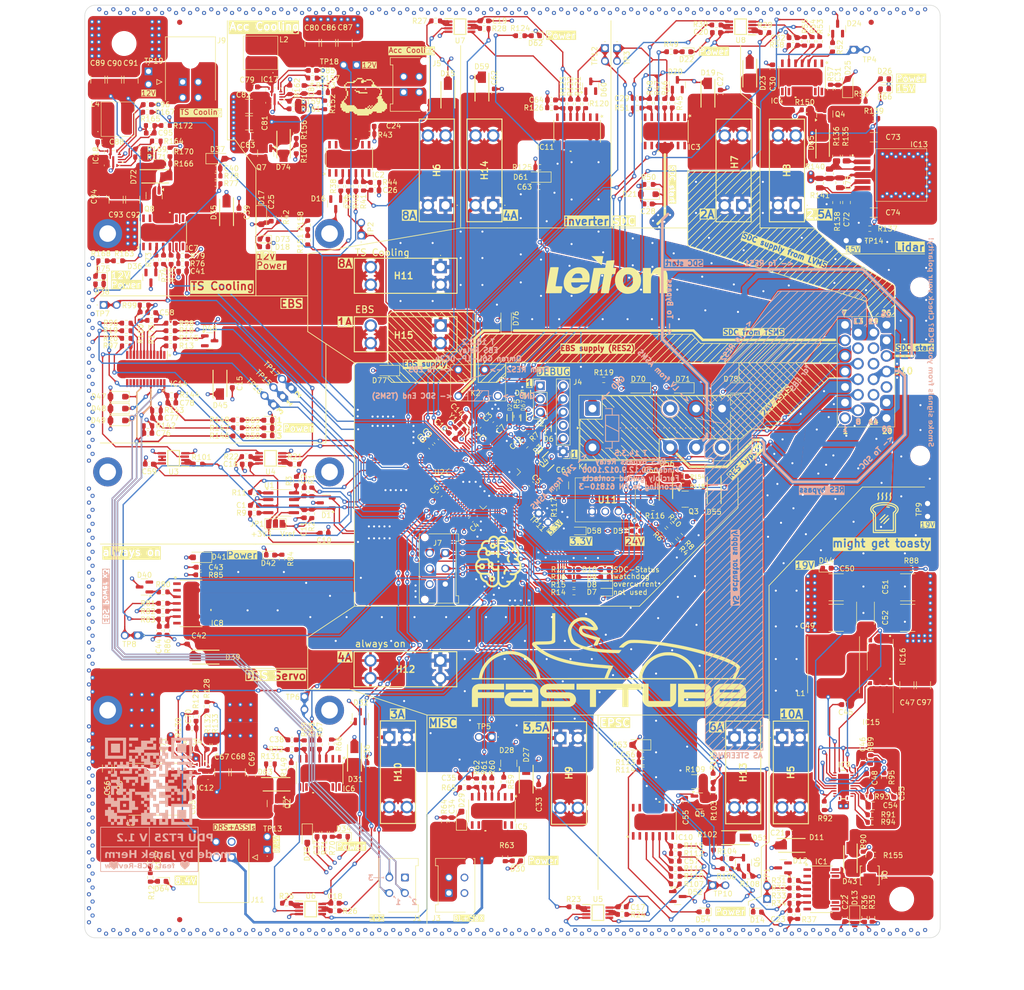
<source format=kicad_pcb>
(kicad_pcb
	(version 20240108)
	(generator "pcbnew")
	(generator_version "8.0")
	(general
		(thickness 1.6)
		(legacy_teardrops no)
	)
	(paper "A3")
	(title_block
		(title "PDU FT25")
		(date "2025-01-15")
		(rev "V1.2")
		(company "Janek Herm")
		(comment 1 "FasTTUBe Electronics")
	)
	(layers
		(0 "F.Cu" signal)
		(1 "In1.Cu" power)
		(2 "In2.Cu" signal)
		(31 "B.Cu" mixed)
		(32 "B.Adhes" user "B.Adhesive")
		(33 "F.Adhes" user "F.Adhesive")
		(34 "B.Paste" user)
		(35 "F.Paste" user)
		(36 "B.SilkS" user "B.Silkscreen")
		(37 "F.SilkS" user "F.Silkscreen")
		(38 "B.Mask" user)
		(39 "F.Mask" user)
		(40 "Dwgs.User" user "User.Drawings")
		(41 "Cmts.User" user "User.Comments")
		(42 "Eco1.User" user "User.Eco1")
		(43 "Eco2.User" user "User.Eco2")
		(44 "Edge.Cuts" user)
		(45 "Margin" user)
		(46 "B.CrtYd" user "B.Courtyard")
		(47 "F.CrtYd" user "F.Courtyard")
		(48 "B.Fab" user)
		(49 "F.Fab" user)
		(50 "User.1" user)
		(51 "User.2" user)
		(52 "User.3" user)
		(53 "User.4" user)
		(54 "User.5" user)
		(55 "User.6" user)
		(56 "User.7" user)
		(57 "User.8" user)
		(58 "User.9" user)
	)
	(setup
		(stackup
			(layer "F.SilkS"
				(type "Top Silk Screen")
			)
			(layer "F.Paste"
				(type "Top Solder Paste")
			)
			(layer "F.Mask"
				(type "Top Solder Mask")
				(thickness 0.01)
			)
			(layer "F.Cu"
				(type "copper")
				(thickness 0.035)
			)
			(layer "dielectric 1"
				(type "prepreg")
				(thickness 0.1)
				(material "FR4")
				(epsilon_r 4.5)
				(loss_tangent 0.02)
			)
			(layer "In1.Cu"
				(type "copper")
				(thickness 0.035)
			)
			(layer "dielectric 2"
				(type "core")
				(thickness 1.24)
				(material "FR4")
				(epsilon_r 4.5)
				(loss_tangent 0.02)
			)
			(layer "In2.Cu"
				(type "copper")
				(thickness 0.035)
			)
			(layer "dielectric 3"
				(type "prepreg")
				(thickness 0.1)
				(material "FR4")
				(epsilon_r 4.5)
				(loss_tangent 0.02)
			)
			(layer "B.Cu"
				(type "copper")
				(thickness 0.035)
			)
			(layer "B.Mask"
				(type "Bottom Solder Mask")
				(thickness 0.01)
			)
			(layer "B.Paste"
				(type "Bottom Solder Paste")
			)
			(layer "B.SilkS"
				(type "Bottom Silk Screen")
			)
			(copper_finish "None")
			(dielectric_constraints no)
		)
		(pad_to_mask_clearance 0)
		(allow_soldermask_bridges_in_footprints no)
		(pcbplotparams
			(layerselection 0x00010fc_ffffffff)
			(plot_on_all_layers_selection 0x0000000_00000000)
			(disableapertmacros no)
			(usegerberextensions no)
			(usegerberattributes yes)
			(usegerberadvancedattributes yes)
			(creategerberjobfile no)
			(dashed_line_dash_ratio 12.000000)
			(dashed_line_gap_ratio 3.000000)
			(svgprecision 4)
			(plotframeref no)
			(viasonmask no)
			(mode 1)
			(useauxorigin yes)
			(hpglpennumber 1)
			(hpglpenspeed 20)
			(hpglpendiameter 15.000000)
			(pdf_front_fp_property_popups yes)
			(pdf_back_fp_property_popups yes)
			(dxfpolygonmode yes)
			(dxfimperialunits yes)
			(dxfusepcbnewfont yes)
			(psnegative no)
			(psa4output no)
			(plotreference yes)
			(plotvalue no)
			(plotfptext yes)
			(plotinvisibletext no)
			(sketchpadsonfab no)
			(subtractmaskfromsilk yes)
			(outputformat 1)
			(mirror no)
			(drillshape 0)
			(scaleselection 1)
			(outputdirectory "gerber/")
		)
	)
	(net 0 "")
	(net 1 "GND")
	(net 2 "+3V3")
	(net 3 "stdCAN_H")
	(net 4 "/MCU/Vref")
	(net 5 "stdCAN_L")
	(net 6 "/MCU/NRST")
	(net 7 "Net-(D11-A2)")
	(net 8 "/powerstages/P_Out6a")
	(net 9 "/powerstages/IS4")
	(net 10 "Net-(D15-A2)")
	(net 11 "/connectors/P_Out1")
	(net 12 "/powerstages/IS1")
	(net 13 "Net-(D19-A2)")
	(net 14 "/powerstages/IS10")
	(net 15 "Net-(D23-A2)")
	(net 16 "/powerstages/P_Out9a")
	(net 17 "/powerstages/IS7")
	(net 18 "Net-(D27-A2)")
	(net 19 "/connectors/P_Out8")
	(net 20 "/powerstages/IS8")
	(net 21 "Net-(D31-A2)")
	(net 22 "/powerstages/P_Out5a")
	(net 23 "/powerstages/IS3")
	(net 24 "Net-(D35-A2)")
	(net 25 "/connectors/P_Out2")
	(net 26 "/powerstages/IS2")
	(net 27 "/connectors/P_Out9")
	(net 28 "/powerstages/IS9")
	(net 29 "Net-(IC9-CBOOT)")
	(net 30 "Net-(IC9-SW)")
	(net 31 "Net-(IC9-VCC)")
	(net 32 "Net-(D43-K)")
	(net 33 "Net-(IC9-PFM{slash}SYNC)")
	(net 34 "/connectors/P_Out4")
	(net 35 "Net-(C53-Pad2)")
	(net 36 "Net-(IC9-EXTCOMP)")
	(net 37 "Net-(D51-A2)")
	(net 38 "/connectors/P_Out5")
	(net 39 "/powerstages/IS5")
	(net 40 "Net-(D56-K)")
	(net 41 "Net-(D59-A2)")
	(net 42 "/connectors/P_Out6")
	(net 43 "/powerstages/IS6")
	(net 44 "Net-(IC12-SW)")
	(net 45 "Net-(IC12-BOOT)")
	(net 46 "/connectors/P_Out3")
	(net 47 "Net-(D63-K)")
	(net 48 "Net-(IC12-FB)")
	(net 49 "Net-(IC12-SS)")
	(net 50 "/connectors/P_Out7")
	(net 51 "Net-(IC13-FB)")
	(net 52 "Net-(D65-K)")
	(net 53 "Net-(IC13-SS)")
	(net 54 "/MCU/SWCLK")
	(net 55 "/MCU/SWDIO")
	(net 56 "/MCU/UART_RX")
	(net 57 "/MCU/UART_TX")
	(net 58 "Net-(D7-A)")
	(net 59 "Net-(D8-A)")
	(net 60 "Net-(D9-A)")
	(net 61 "Net-(D10-A)")
	(net 62 "Net-(D12-A)")
	(net 63 "unconnected-(D12-NC-Pad2)")
	(net 64 "Net-(D14-A)")
	(net 65 "Net-(D16-A)")
	(net 66 "unconnected-(D16-NC-Pad2)")
	(net 67 "Net-(D18-A)")
	(net 68 "Net-(D20-A)")
	(net 69 "unconnected-(D20-NC-Pad2)")
	(net 70 "Net-(D22-A)")
	(net 71 "Net-(D24-A)")
	(net 72 "unconnected-(D24-NC-Pad2)")
	(net 73 "Net-(D26-A)")
	(net 74 "Net-(D28-A)")
	(net 75 "unconnected-(D28-NC-Pad2)")
	(net 76 "Net-(D30-A)")
	(net 77 "unconnected-(D32-NC-Pad2)")
	(net 78 "Net-(D32-A)")
	(net 79 "Net-(D34-A)")
	(net 80 "Net-(D36-A)")
	(net 81 "unconnected-(D36-NC-Pad2)")
	(net 82 "Net-(D38-A)")
	(net 83 "Net-(D43-A)")
	(net 84 "Net-(D44-A)")
	(net 85 "Net-(D45-A2)")
	(net 86 "/powerstages/IS11")
	(net 87 "/connectors/P_Out12")
	(net 88 "unconnected-(D52-NC-Pad2)")
	(net 89 "Net-(D52-A)")
	(net 90 "Net-(D54-A)")
	(net 91 "Net-(D56-A)")
	(net 92 "Net-(D57-A)")
	(net 93 "Net-(D58-A)")
	(net 94 "unconnected-(D60-NC-Pad2)")
	(net 95 "Net-(D60-A)")
	(net 96 "Net-(D62-A)")
	(net 97 "Net-(D63-A)")
	(net 98 "Net-(D64-A)")
	(net 99 "Net-(D65-A)")
	(net 100 "Net-(D66-A)")
	(net 101 "/connectors/P_Out11")
	(net 102 "/connectors/P_Out10")
	(net 103 "Net-(D46-A)")
	(net 104 "+24V")
	(net 105 "Net-(IC1-IS)")
	(net 106 "Net-(IC1-GND)")
	(net 107 "Net-(IC1-IN)")
	(net 108 "Net-(IC1-DEN)")
	(net 109 "Net-(IC2-IS)")
	(net 110 "Net-(IC2-IN)")
	(net 111 "Net-(IC2-DEN)")
	(net 112 "Net-(IC2-GND)")
	(net 113 "Net-(IC3-IN)")
	(net 114 "Net-(IC3-GND)")
	(net 115 "Net-(IC3-IS)")
	(net 116 "Net-(IC3-DEN)")
	(net 117 "Net-(IC4-IN)")
	(net 118 "Net-(IC4-GND)")
	(net 119 "Net-(IC4-IS)")
	(net 120 "Net-(IC4-DEN)")
	(net 121 "Net-(IC5-GND)")
	(net 122 "Net-(IC5-DEN)")
	(net 123 "Net-(IC5-IS)")
	(net 124 "Net-(IC5-IN)")
	(net 125 "Net-(IC6-GND)")
	(net 126 "Net-(IC6-IN)")
	(net 127 "Net-(IC6-DEN)")
	(net 128 "Net-(IC6-IS)")
	(net 129 "Net-(IC7-IN)")
	(net 130 "Net-(IC7-IS)")
	(net 131 "Net-(IC7-GND)")
	(net 132 "Net-(IC7-DEN)")
	(net 133 "Net-(IC9-CNFG)")
	(net 134 "Net-(IC9-PG{slash}SYNCOUT)")
	(net 135 "Net-(IC9-RT)")
	(net 136 "Net-(IC9-ISNS+)")
	(net 137 "Net-(IC9-HO)")
	(net 138 "Net-(IC9-LO)")
	(net 139 "Net-(IC9-FB)")
	(net 140 "Net-(IC10-IS)")
	(net 141 "Net-(IC10-IN)")
	(net 142 "Net-(IC10-DEN)")
	(net 143 "Net-(IC10-GND)")
	(net 144 "Net-(IC11-DEN)")
	(net 145 "Net-(IC11-IS)")
	(net 146 "Net-(IC11-IN)")
	(net 147 "Net-(IC11-GND)")
	(net 148 "Net-(IC12-PG)")
	(net 149 "Net-(IC12-MODE)")
	(net 150 "Net-(IC12-EN)")
	(net 151 "Net-(IC13-RON)")
	(net 152 "Net-(IC13-EN)")
	(net 153 "/MCU/SWO")
	(net 154 "FDCAN_H")
	(net 155 "FDCAN_L")
	(net 156 "/RBR/SDC bypass")
	(net 157 "24V ASMS")
	(net 158 "Net-(JP1-C)")
	(net 159 "unconnected-(K1-Pad12)")
	(net 160 "unconnected-(K1-Pad24)")
	(net 161 "Net-(K1-PadA1)")
	(net 162 "unconnected-(D46-NC-Pad2)")
	(net 163 "Net-(IC14-DSEL1)")
	(net 164 "Net-(Q5-D)")
	(net 165 "Net-(Q5-G)")
	(net 166 "Net-(Q6-G)")
	(net 167 "Net-(Q6-D)")
	(net 168 "Net-(U1-Rs)")
	(net 169 "Net-(U2-PA0)")
	(net 170 "Net-(U2-BOOT0)")
	(net 171 "Net-(U2-PC0)")
	(net 172 "Net-(U2-PA11)")
	(net 173 "/MCU/CAN_RX")
	(net 174 "/MCU/CAN_TX")
	(net 175 "Net-(U2-PA12)")
	(net 176 "unconnected-(U2-PB7-Pad59)")
	(net 177 "unconnected-(U2-PA15-Pad50)")
	(net 178 "/MCU/STATUS_LED1")
	(net 179 "/MCU/STATUS_LED2")
	(net 180 "/MCU/STATUS_LED3")
	(net 181 "/MCU/STATUS_LED4")
	(net 182 "Net-(R12-Pad1)")
	(net 183 "Net-(U4A--)")
	(net 184 "/MCU/ISENSE1")
	(net 185 "Net-(U4B--)")
	(net 186 "/MCU/ISENSE2")
	(net 187 "/MCU/ISENSE3")
	(net 188 "Net-(U5A--)")
	(net 189 "Net-(U5B--)")
	(net 190 "/MCU/ISENSE4")
	(net 191 "/MCU/ISENSE5")
	(net 192 "Net-(U6A--)")
	(net 193 "Net-(U6B--)")
	(net 194 "/MCU/ISENSE6")
	(net 195 "/MCU/ISENSE7")
	(net 196 "Net-(U7A--)")
	(net 197 "Net-(U7B--)")
	(net 198 "/MCU/ISENSE8")
	(net 199 "/MCU/ISENSE9")
	(net 200 "Net-(U8A--)")
	(net 201 "Net-(U8B--)")
	(net 202 "/MCU/ISENSE10")
	(net 203 "/MCU/IN4")
	(net 204 "/MCU/IN1")
	(net 205 "/MCU/IN10")
	(net 206 "/MCU/IN7")
	(net 207 "/MCU/IN8")
	(net 208 "/MCU/IN3")
	(net 209 "/MCU/IN2")
	(net 210 "/MCU/IN9")
	(net 211 "/MCU/IN11")
	(net 212 "/MCU/IN12")
	(net 213 "/MCU/IN13")
	(net 214 "/MCU/PC_Read")
	(net 215 "/MCU/PC_EN")
	(net 216 "/MCU/IN5")
	(net 217 "/MCU/IN6")
	(net 218 "/MCU/XTAL_OUT")
	(net 219 "unconnected-(U2-PC5-Pad25)")
	(net 220 "Net-(IC14-GND)")
	(net 221 "unconnected-(U2-PC12-Pad53)")
	(net 222 "Net-(IC14-DEN)")
	(net 223 "Net-(IC14-IN2)")
	(net 224 "/MCU/XTAL_IN")
	(net 225 "unconnected-(U2-PD2-Pad54)")
	(net 226 "unconnected-(IC14-OUT3-Pad13)")
	(net 227 "Net-(IC14-IN0)")
	(net 228 "Net-(IC14-IN3)")
	(net 229 "Net-(IC14-DSEL0)")
	(net 230 "Net-(IC14-IN1)")
	(net 231 "Net-(IC14-IS)")
	(net 232 "/MCU/DSEL0")
	(net 233 "/MCU/DSEL1")
	(net 234 "Net-(U3A--)")
	(net 235 "/MCU/ISENSE11")
	(net 236 "Net-(U3B--)")
	(net 237 "unconnected-(IC9-NC_1-Pad1)")
	(net 238 "unconnected-(IC9-NC_2-Pad2)")
	(net 239 "unconnected-(IC9-NC_4-Pad23)")
	(net 240 "unconnected-(IC9-NC_3-Pad22)")
	(net 241 "unconnected-(IC9-NC_5-Pad24)")
	(net 242 "Net-(D50-A)")
	(net 243 "Net-(D68-A)")
	(net 244 "Net-(D69-A)")
	(net 245 "/connectors/P_Out14")
	(net 246 "/connectors/P_Out13")
	(net 247 "Net-(IC17-SW)")
	(net 248 "Net-(IC17-BOOT)")
	(net 249 "Net-(D72-K)")
	(net 250 "Net-(IC17-FB)")
	(net 251 "Net-(IC17-SS)")
	(net 252 "Net-(IC18-BOOT)")
	(net 253 "Net-(IC18-SW)")
	(net 254 "Net-(D74-K)")
	(net 255 "Net-(IC18-FB)")
	(net 256 "Net-(IC18-SS)")
	(net 257 "Net-(D72-A)")
	(net 258 "Net-(D73-A)")
	(net 259 "Net-(D74-A)")
	(net 260 "Net-(D75-A)")
	(net 261 "Net-(IC17-PG)")
	(net 262 "Net-(IC17-MODE)")
	(net 263 "Net-(IC17-EN)")
	(net 264 "Net-(IC18-PG)")
	(net 265 "Net-(IC18-MODE)")
	(net 266 "Net-(IC18-EN)")
	(net 267 "Net-(R151-Pad2)")
	(net 268 "Net-(R163-Pad2)")
	(net 269 "EBS supply")
	(net 270 "AS actuator supply")
	(net 271 "unconnected-(IC1-NC-Pad7)")
	(net 272 "unconnected-(IC1-NC-Pad1)")
	(net 273 "unconnected-(IC1-NC-Pad14)")
	(net 274 "unconnected-(IC1-NC-Pad8)")
	(net 275 "unconnected-(IC1-NC-Pad9)")
	(net 276 "unconnected-(IC1-NC-Pad13)")
	(net 277 "unconnected-(IC1-NC-Pad2)")
	(net 278 "unconnected-(IC2-NC-Pad2)")
	(net 279 "unconnected-(IC2-NC-Pad7)")
	(net 280 "unconnected-(IC2-NC-Pad8)")
	(net 281 "unconnected-(IC2-NC-Pad14)")
	(net 282 "unconnected-(IC2-NC-Pad1)")
	(net 283 "unconnected-(IC2-NC-Pad9)")
	(net 284 "unconnected-(IC2-NC-Pad13)")
	(net 285 "unconnected-(IC3-NC-Pad8)")
	(net 286 "unconnected-(IC3-NC-Pad1)")
	(net 287 "unconnected-(IC3-NC-Pad7)")
	(net 288 "unconnected-(IC3-NC-Pad14)")
	(net 289 "unconnected-(IC3-NC-Pad13)")
	(net 290 "unconnected-(IC3-NC-Pad9)")
	(net 291 "unconnected-(IC3-NC-Pad2)")
	(net 292 "unconnected-(IC4-NC-Pad2)")
	(net 293 "unconnected-(IC4-NC-Pad1)")
	(net 294 "unconnected-(IC4-NC-Pad13)")
	(net 295 "unconnected-(IC4-NC-Pad7)")
	(net 296 "unconnected-(IC4-NC-Pad9)")
	(net 297 "unconnected-(IC4-NC-Pad8)")
	(net 298 "unconnected-(IC4-NC-Pad14)")
	(net 299 "unconnected-(IC5-NC-Pad1)")
	(net 300 "unconnected-(IC5-NC-Pad8)")
	(net 301 "unconnected-(IC5-NC-Pad9)")
	(net 302 "unconnected-(IC5-NC-Pad14)")
	(net 303 "unconnected-(IC5-NC-Pad13)")
	(net 304 "unconnected-(IC5-NC-Pad2)")
	(net 305 "unconnected-(IC5-NC-Pad7)")
	(net 306 "unconnected-(IC6-NC-Pad14)")
	(net 307 "unconnected-(IC6-NC-Pad2)")
	(net 308 "unconnected-(IC6-NC-Pad7)")
	(net 309 "unconnected-(IC6-NC-Pad1)")
	(net 310 "unconnected-(IC6-NC-Pad9)")
	(net 311 "unconnected-(IC6-NC-Pad8)")
	(net 312 "unconnected-(IC6-NC-Pad13)")
	(net 313 "unconnected-(IC7-NC-Pad1)")
	(net 314 "unconnected-(IC7-NC-Pad9)")
	(net 315 "unconnected-(IC7-NC-Pad14)")
	(net 316 "unconnected-(IC7-NC-Pad13)")
	(net 317 "unconnected-(IC7-NC-Pad7)")
	(net 318 "unconnected-(IC7-NC-Pad8)")
	(net 319 "unconnected-(IC7-NC-Pad2)")
	(net 320 "unconnected-(IC10-NC-Pad14)")
	(net 321 "unconnected-(IC10-NC-Pad8)")
	(net 322 "unconnected-(IC10-NC-Pad13)")
	(net 323 "unconnected-(IC10-NC-Pad9)")
	(net 324 "unconnected-(IC10-NC-Pad1)")
	(net 325 "unconnected-(IC10-NC-Pad7)")
	(net 326 "unconnected-(IC10-NC-Pad2)")
	(net 327 "unconnected-(IC11-NC-Pad1)")
	(net 328 "unconnected-(IC11-NC-Pad13)")
	(net 329 "unconnected-(IC11-NC-Pad2)")
	(net 330 "unconnected-(IC11-NC-Pad7)")
	(net 331 "unconnected-(IC11-NC-Pad9)")
	(net 332 "unconnected-(IC11-NC-Pad8)")
	(net 333 "unconnected-(IC11-NC-Pad14)")
	(net 334 "unconnected-(IC14-NC-Pad21)")
	(net 335 "unconnected-(IC14-NC-Pad19)")
	(net 336 "unconnected-(IC14-NC-Pad15)")
	(net 337 "unconnected-(IC14-NC-Pad18)")
	(net 338 "unconnected-(IC14-NC-Pad23)")
	(net 339 "unconnected-(IC14-NC-Pad22)")
	(net 340 "unconnected-(IC14-NC-Pad14)")
	(net 341 "unconnected-(IC14-NC-Pad12)")
	(net 342 "unconnected-(IC14-NC-Pad1)")
	(net 343 "unconnected-(IC14-NC-Pad16)")
	(net 344 "/EBSR/EBS power")
	(net 345 "unconnected-(U2-PC14-Pad3)")
	(net 346 "unconnected-(U2-PC15-Pad4)")
	(net 347 "unconnected-(U2-PC13-Pad2)")
	(net 348 "Net-(R100-Pad1)")
	(net 349 "/RBR/RES")
	(net 350 "TSMS SDC")
	(net 351 "unconnected-(IC14-NC-Pad3)")
	(net 352 "unconnected-(U2-PB0-Pad26)")
	(net 353 "Net-(D39-A2)")
	(net 354 "unconnected-(D40-NC-Pad2)")
	(net 355 "Net-(D40-A)")
	(net 356 "Net-(D42-A)")
	(net 357 "unconnected-(IC8-NC-Pad8)")
	(net 358 "unconnected-(IC8-NC-Pad13)")
	(net 359 "Net-(IC8-IN)")
	(net 360 "unconnected-(IC8-NC-Pad9)")
	(net 361 "unconnected-(IC8-NC-Pad1)")
	(net 362 "Net-(IC8-DEN)")
	(net 363 "Net-(IC8-GND)")
	(net 364 "Net-(IC8-IS)")
	(net 365 "unconnected-(IC8-NC-Pad2)")
	(net 366 "unconnected-(IC8-NC-Pad14)")
	(net 367 "unconnected-(IC8-NC-Pad7)")
	(net 368 "unconnected-(J10-Pin_15-Pad15)")
	(net 369 "unconnected-(J10-Pin_17-Pad17)")
	(footprint "5025:5025" (layer "F.Cu") (at 165.32 98.46 90))
	(footprint "Resistor_SMD:R_0603_1608Metric" (layer "F.Cu") (at 161.375 88.955 90))
	(footprint "Resistor_SMD:R_0603_1608Metric" (layer "F.Cu") (at 128.645 103.135 -90))
	(footprint "Capacitor_SMD:C_1210_3225Metric" (layer "F.Cu") (at 162.225 61.275 90))
	(footprint "BTT6010-1ERB:SOIC14_BTT6010-1ERB_INF" (layer "F.Cu") (at 163.019 83.649799 90))
	(footprint "824501241:DIOM5127X250N" (layer "F.Cu") (at 139.345 93.995 -90))
	(footprint "Resistor_SMD:R_0603_1608Metric" (layer "F.Cu") (at 122.555 83.275))
	(footprint "Package_TO_SOT_SMD:SOT-23" (layer "F.Cu") (at 124.75 106.535 -90))
	(footprint "Package_TO_SOT_SMD:SOT-23" (layer "F.Cu") (at 165.14 191.314998 90))
	(footprint "Resistor_SMD:R_0603_1608Metric" (layer "F.Cu") (at 135.615001 196.775 90))
	(footprint "Resistor_SMD:R_0603_1608Metric" (layer "F.Cu") (at 155.915 68.065))
	(footprint "Capacitor_SMD:C_1210_3225Metric" (layer "F.Cu") (at 143.685 76.725 180))
	(footprint "Resistor_SMD:R_0603_1608Metric" (layer "F.Cu") (at 135.545001 189.315 -90))
	(footprint "LED_SMD:LED_0603_1608Metric" (layer "F.Cu") (at 266.295 70.155 180))
	(footprint "brain:heart" (layer "F.Cu") (at 117.6 220.05))
	(footprint "Resistor_SMD:R_0603_1608Metric" (layer "F.Cu") (at 127.585 77.225))
	(footprint "ESD321DYAR:SODFL1608X77N" (layer "F.Cu") (at 193.99 133.625 -90))
	(footprint "Diode_SMD:D_SOD-123F" (layer "F.Cu") (at 218.94 127.854999 180))
	(footprint "5025:5025" (layer "F.Cu") (at 147.190001 216.99 90))
	(footprint "Resistor_SMD:R_0603_1608Metric" (layer "F.Cu") (at 147.805 200.415))
	(footprint "5025:5025" (layer "F.Cu") (at 261.38 99.44 180))
	(footprint "MountingHole:MountingHole_3.2mm_M3_DIN965_Pad" (layer "F.Cu") (at 116.41 144.08 -90))
	(footprint "Resistor_SMD:R_0603_1608Metric" (layer "F.Cu") (at 254.645 208.515 -90))
	(footprint "3557-15:355715" (layer "F.Cu") (at 180.58 180.485 180))
	(footprint "Resistor_SMD:R_0603_1608Metric" (layer "F.Cu") (at 264.205001 75.855))
	(footprint "Capacitor_SMD:C_0603_1608Metric" (layer "F.Cu") (at 156.795 213.675001 -90))
	(footprint "Resistor_SMD:R_0603_1608Metric" (layer "F.Cu") (at 120.005477 118.297452))
	(footprint "MountingHole:MountingHole_4.3mm_M4" (layer "F.Cu") (at 119.575 226.345))
	(footprint "Capacitor_SMD:C_1210_3225Metric" (layer "F.Cu") (at 138.414747 202.063428 90))
	(footprint "Diode_SMD:D_SOD-123F" (layer "F.Cu") (at 146.065 94.88 -90))
	(footprint "Capacitor_SMD:C_0603_1608Metric" (layer "F.Cu") (at 185.205 203.145 180))
	(footprint "Resistor_SMD:R_0603_1608Metric" (layer "F.Cu") (at 225.925 220.675))
	(footprint "Resistor_SMD:R_0603_1608Metric"
		(layer "F.Cu")
		(uuid "15025461-dcc7-4f61-9542-8f8e8ec99700")
		(at 154.995 99.365 90)
		(descr "Resistor SMD 0603 (1608 Metric), square (rectangular) end terminal, IPC_7351 nominal, (Body size source: IPC-SM-782 page 72, https://www.pcb-3d.com/wordpress/wp-content/uploads/ipc-sm-782a_amendment_1_and_2.pdf), generated with kicad-footprint-generator")
		(tags "resistor")
		(property "Reference" "R151"
			(at -0.65 -1.42 90)
			(layer "F.SilkS")
			(uuid "122f886c-686c-4dca-9df4-687a2b60e366")
			(effects
				(font
					(size 1 1)
					(thickness 0.15)
				)
			)
		)
		(property "Value" "1k"
			(at 0 1.43 90)
			(layer "F.Fab")
			(uuid "a592b584-abae-4bea-8bc8-0a8ffebe0b80")
			(effects
				(font
					(size 1 1)
					(thickness 0.15)
				)
			)
		)
		(property "Footprint" "Resistor_SMD:R_0603_1608Metric"
			(at 0 0 90)
			(unlocked yes)
			(layer "F.Fab")
			(hide yes)
			(uuid "1c5f638a-4832-4642-88d6-97d1baf0f576")
			(effects
				(font
					(size 1.27 1.27)
					(thickness 0.15)
				)
			)
		)
		(property "Datasheet" ""
			(at 0 0 90)
			(unlocked yes)
			(layer "F.Fab")
			(hide yes)
			(uuid "59d60a19-0eeb-4754-9aba-e42d43305fa7")
			(effects
				(font
					(size 1.27 1.27)
					(thickness 0.15)
				)
			)
		)
		(property "Description" "Resistor, small symbol"
			(at 0 0 90)
			(unlocked yes)
			(layer "F.Fab")
			(hide yes)
			(uuid "33615a10-7215-4795-96b9-fa93cea6c121")
			(effects
				(font
					(size 1.27 1.27)
					(thickness 0.15)
				)
			)
		)
		(property ki_fp_filters "R_*")
		(path "/780d04e9-366d-4b48-88f6-229428c96c3a/2688228a-78b0-463b-82bd-42a0dedab640/a31b0199-c63c-4e83-8127-1fac1a9facaf")
		(sheetname "ACC pump DCDC")
		(sheetfile "pumpDCDC.kicad_sch")
		(attr smd)
		(fp_line
			(start -0.237258 -0.5225)
			(end 0.237258 -0.5225)
			(stroke
				(width 0.12)
				(type solid)
			)
			(layer "F.SilkS")
			(uuid "dc8e5fd8-4ca3-4c1d-b1f5-6eaae540711d")
		)
		(fp_line
			(start -0.237258 0.5225)
			(end 0.237258 0.5225)
			(stroke
				(width 0.12)
				(type solid)
			)
			(layer "F.SilkS")
			(uuid "6c0a18d3-6077-4bcb-825a-872d2e6b7716")
		)
		(fp_line
			(start 1.48 -0.73)
			(end 1.48 0.73)
			(stroke
				(width 0.05)
				(type solid)
			)
			(layer "F.CrtYd")
			(uuid "7313f3b4-9a54-4d87-8c75-088e5090a017")
		)
		(fp_line
			(start -1.48 -0.73)
			(end 1.48 -0.73)
			(stroke
				(width 0.05)
				(type solid)
			)
			(layer "F.CrtYd")
			(uuid "6af3927a-7d15-47f2-a5a0-8445f1b4c182")
		)
		(fp_line
			(start 1.48 0.73)
			(end -1.48 0.73)
			(stroke
				(width 0.05)
				(type solid)
			)
			(layer "F.CrtYd")
			(uuid "72e13f33-6639-4f39-84e2-7a3d4ba4715a")
		)
		(fp_line
			(start -1.48 0.73)
			(end -1.48 -0.73)
			(stroke
				(width 0.05)
				(type solid)
			)
			(layer "F.CrtYd")
			(uuid "ff98d762-9a6b-4848-89e9-20b6125bce37")
		)
		(fp_line
			(start 0.8 -0.4125)
			(end 0.8 0.4125)
			(stroke
				(width 0.1)
				(type solid)
			)
			(layer "F.Fab")
			(uuid "fe961a65-105c-43a7-89d7-5c7c44acd8a1")
		)
		(fp_line
			(start -0.8 -0.4125)
			(end 0.8 -0.4125)
			(stroke
				(width 0.1)
				(type solid)
			)
			(layer "F.Fab")
			(uuid "bb8064fe-6479-4ead-87cb-214fa68d7676")
		)
		(fp_line
			(start 0.8 0.4125)
			(end -0.8 0.4125)
			(stroke
				(width 0.1)
				(type solid)
			)
			(layer "F.Fab")
			(uuid "0ba98a26-6841-4152-aae7-55d7e1c78c39")
		)
		(
... [9316842 chars truncated]
</source>
